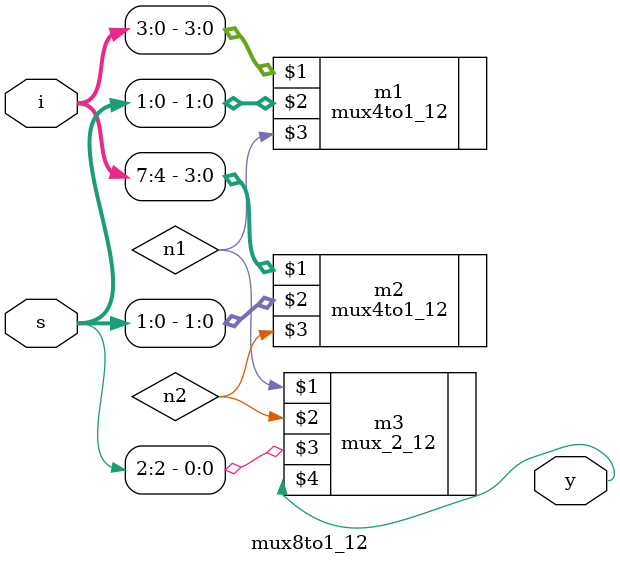
<source format=v>
`timescale 1ns / 1ps
module mux8to1_12(i, s, y);
input [7:0] i;
input [2:0] s;
output y;
wire n1, n2;

mux4to1_12 m1(i[3:0], s[1:0], n1);
mux4to1_12 m2(i[7:4], s[1:0], n2);
mux_2_12 m3(n1, n2, s[2], y);



endmodule

</source>
